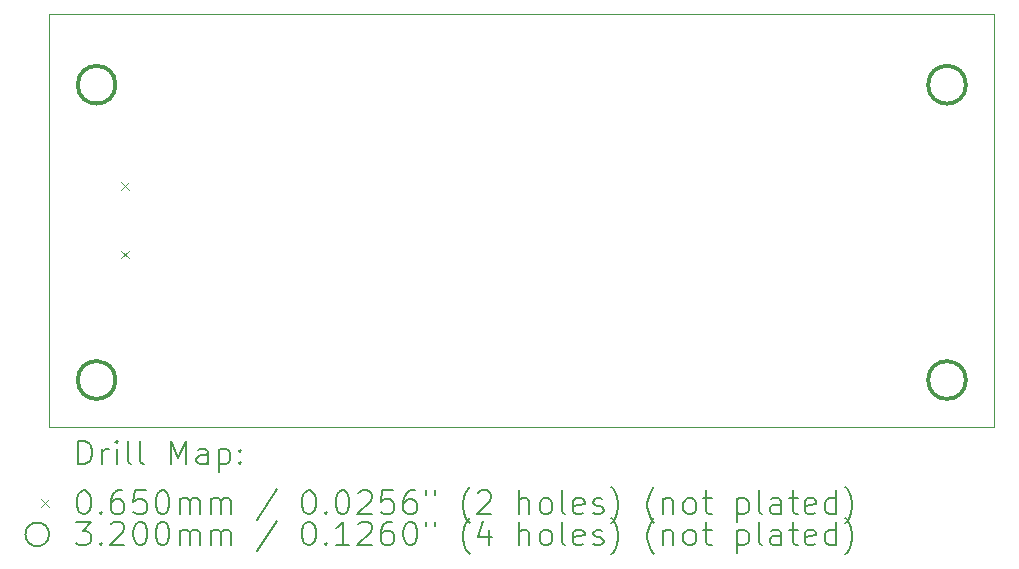
<source format=gbr>
%TF.GenerationSoftware,KiCad,Pcbnew,7.0.1-0*%
%TF.CreationDate,2023-04-02T15:37:35-05:00*%
%TF.ProjectId,V0_Display,56305f44-6973-4706-9c61-792e6b696361,rev?*%
%TF.SameCoordinates,Original*%
%TF.FileFunction,Drillmap*%
%TF.FilePolarity,Positive*%
%FSLAX45Y45*%
G04 Gerber Fmt 4.5, Leading zero omitted, Abs format (unit mm)*
G04 Created by KiCad (PCBNEW 7.0.1-0) date 2023-04-02 15:37:35*
%MOMM*%
%LPD*%
G01*
G04 APERTURE LIST*
%ADD10C,0.050000*%
%ADD11C,0.200000*%
%ADD12C,0.065000*%
%ADD13C,0.320000*%
G04 APERTURE END LIST*
D10*
X8517000Y-8465000D02*
X8517000Y-4965000D01*
X8517000Y-4965000D02*
X16517000Y-4965000D01*
X16517000Y-8465000D02*
X8517000Y-8465000D01*
X16517000Y-4965000D02*
X16517000Y-8465000D01*
D11*
D12*
X9127500Y-6391500D02*
X9192500Y-6456500D01*
X9192500Y-6391500D02*
X9127500Y-6456500D01*
X9127500Y-6969500D02*
X9192500Y-7034500D01*
X9192500Y-6969500D02*
X9127500Y-7034500D01*
D13*
X9077000Y-5565000D02*
G75*
G03*
X9077000Y-5565000I-160000J0D01*
G01*
X9077000Y-8065000D02*
G75*
G03*
X9077000Y-8065000I-160000J0D01*
G01*
X16277000Y-5565000D02*
G75*
G03*
X16277000Y-5565000I-160000J0D01*
G01*
X16277000Y-8065000D02*
G75*
G03*
X16277000Y-8065000I-160000J0D01*
G01*
D11*
X8762119Y-8780024D02*
X8762119Y-8580024D01*
X8762119Y-8580024D02*
X8809738Y-8580024D01*
X8809738Y-8580024D02*
X8838310Y-8589548D01*
X8838310Y-8589548D02*
X8857357Y-8608595D01*
X8857357Y-8608595D02*
X8866881Y-8627643D01*
X8866881Y-8627643D02*
X8876405Y-8665738D01*
X8876405Y-8665738D02*
X8876405Y-8694310D01*
X8876405Y-8694310D02*
X8866881Y-8732405D01*
X8866881Y-8732405D02*
X8857357Y-8751452D01*
X8857357Y-8751452D02*
X8838310Y-8770500D01*
X8838310Y-8770500D02*
X8809738Y-8780024D01*
X8809738Y-8780024D02*
X8762119Y-8780024D01*
X8962119Y-8780024D02*
X8962119Y-8646690D01*
X8962119Y-8684786D02*
X8971643Y-8665738D01*
X8971643Y-8665738D02*
X8981167Y-8656214D01*
X8981167Y-8656214D02*
X9000214Y-8646690D01*
X9000214Y-8646690D02*
X9019262Y-8646690D01*
X9085929Y-8780024D02*
X9085929Y-8646690D01*
X9085929Y-8580024D02*
X9076405Y-8589548D01*
X9076405Y-8589548D02*
X9085929Y-8599071D01*
X9085929Y-8599071D02*
X9095452Y-8589548D01*
X9095452Y-8589548D02*
X9085929Y-8580024D01*
X9085929Y-8580024D02*
X9085929Y-8599071D01*
X9209738Y-8780024D02*
X9190690Y-8770500D01*
X9190690Y-8770500D02*
X9181167Y-8751452D01*
X9181167Y-8751452D02*
X9181167Y-8580024D01*
X9314500Y-8780024D02*
X9295452Y-8770500D01*
X9295452Y-8770500D02*
X9285929Y-8751452D01*
X9285929Y-8751452D02*
X9285929Y-8580024D01*
X9543071Y-8780024D02*
X9543071Y-8580024D01*
X9543071Y-8580024D02*
X9609738Y-8722881D01*
X9609738Y-8722881D02*
X9676405Y-8580024D01*
X9676405Y-8580024D02*
X9676405Y-8780024D01*
X9857357Y-8780024D02*
X9857357Y-8675262D01*
X9857357Y-8675262D02*
X9847833Y-8656214D01*
X9847833Y-8656214D02*
X9828786Y-8646690D01*
X9828786Y-8646690D02*
X9790690Y-8646690D01*
X9790690Y-8646690D02*
X9771643Y-8656214D01*
X9857357Y-8770500D02*
X9838310Y-8780024D01*
X9838310Y-8780024D02*
X9790690Y-8780024D01*
X9790690Y-8780024D02*
X9771643Y-8770500D01*
X9771643Y-8770500D02*
X9762119Y-8751452D01*
X9762119Y-8751452D02*
X9762119Y-8732405D01*
X9762119Y-8732405D02*
X9771643Y-8713357D01*
X9771643Y-8713357D02*
X9790690Y-8703833D01*
X9790690Y-8703833D02*
X9838310Y-8703833D01*
X9838310Y-8703833D02*
X9857357Y-8694310D01*
X9952595Y-8646690D02*
X9952595Y-8846690D01*
X9952595Y-8656214D02*
X9971643Y-8646690D01*
X9971643Y-8646690D02*
X10009738Y-8646690D01*
X10009738Y-8646690D02*
X10028786Y-8656214D01*
X10028786Y-8656214D02*
X10038310Y-8665738D01*
X10038310Y-8665738D02*
X10047833Y-8684786D01*
X10047833Y-8684786D02*
X10047833Y-8741929D01*
X10047833Y-8741929D02*
X10038310Y-8760976D01*
X10038310Y-8760976D02*
X10028786Y-8770500D01*
X10028786Y-8770500D02*
X10009738Y-8780024D01*
X10009738Y-8780024D02*
X9971643Y-8780024D01*
X9971643Y-8780024D02*
X9952595Y-8770500D01*
X10133548Y-8760976D02*
X10143071Y-8770500D01*
X10143071Y-8770500D02*
X10133548Y-8780024D01*
X10133548Y-8780024D02*
X10124024Y-8770500D01*
X10124024Y-8770500D02*
X10133548Y-8760976D01*
X10133548Y-8760976D02*
X10133548Y-8780024D01*
X10133548Y-8656214D02*
X10143071Y-8665738D01*
X10143071Y-8665738D02*
X10133548Y-8675262D01*
X10133548Y-8675262D02*
X10124024Y-8665738D01*
X10124024Y-8665738D02*
X10133548Y-8656214D01*
X10133548Y-8656214D02*
X10133548Y-8675262D01*
D12*
X8449500Y-9075000D02*
X8514500Y-9140000D01*
X8514500Y-9075000D02*
X8449500Y-9140000D01*
D11*
X8800214Y-9000024D02*
X8819262Y-9000024D01*
X8819262Y-9000024D02*
X8838310Y-9009548D01*
X8838310Y-9009548D02*
X8847833Y-9019071D01*
X8847833Y-9019071D02*
X8857357Y-9038119D01*
X8857357Y-9038119D02*
X8866881Y-9076214D01*
X8866881Y-9076214D02*
X8866881Y-9123833D01*
X8866881Y-9123833D02*
X8857357Y-9161929D01*
X8857357Y-9161929D02*
X8847833Y-9180976D01*
X8847833Y-9180976D02*
X8838310Y-9190500D01*
X8838310Y-9190500D02*
X8819262Y-9200024D01*
X8819262Y-9200024D02*
X8800214Y-9200024D01*
X8800214Y-9200024D02*
X8781167Y-9190500D01*
X8781167Y-9190500D02*
X8771643Y-9180976D01*
X8771643Y-9180976D02*
X8762119Y-9161929D01*
X8762119Y-9161929D02*
X8752595Y-9123833D01*
X8752595Y-9123833D02*
X8752595Y-9076214D01*
X8752595Y-9076214D02*
X8762119Y-9038119D01*
X8762119Y-9038119D02*
X8771643Y-9019071D01*
X8771643Y-9019071D02*
X8781167Y-9009548D01*
X8781167Y-9009548D02*
X8800214Y-9000024D01*
X8952595Y-9180976D02*
X8962119Y-9190500D01*
X8962119Y-9190500D02*
X8952595Y-9200024D01*
X8952595Y-9200024D02*
X8943071Y-9190500D01*
X8943071Y-9190500D02*
X8952595Y-9180976D01*
X8952595Y-9180976D02*
X8952595Y-9200024D01*
X9133548Y-9000024D02*
X9095452Y-9000024D01*
X9095452Y-9000024D02*
X9076405Y-9009548D01*
X9076405Y-9009548D02*
X9066881Y-9019071D01*
X9066881Y-9019071D02*
X9047833Y-9047643D01*
X9047833Y-9047643D02*
X9038310Y-9085738D01*
X9038310Y-9085738D02*
X9038310Y-9161929D01*
X9038310Y-9161929D02*
X9047833Y-9180976D01*
X9047833Y-9180976D02*
X9057357Y-9190500D01*
X9057357Y-9190500D02*
X9076405Y-9200024D01*
X9076405Y-9200024D02*
X9114500Y-9200024D01*
X9114500Y-9200024D02*
X9133548Y-9190500D01*
X9133548Y-9190500D02*
X9143071Y-9180976D01*
X9143071Y-9180976D02*
X9152595Y-9161929D01*
X9152595Y-9161929D02*
X9152595Y-9114310D01*
X9152595Y-9114310D02*
X9143071Y-9095262D01*
X9143071Y-9095262D02*
X9133548Y-9085738D01*
X9133548Y-9085738D02*
X9114500Y-9076214D01*
X9114500Y-9076214D02*
X9076405Y-9076214D01*
X9076405Y-9076214D02*
X9057357Y-9085738D01*
X9057357Y-9085738D02*
X9047833Y-9095262D01*
X9047833Y-9095262D02*
X9038310Y-9114310D01*
X9333548Y-9000024D02*
X9238310Y-9000024D01*
X9238310Y-9000024D02*
X9228786Y-9095262D01*
X9228786Y-9095262D02*
X9238310Y-9085738D01*
X9238310Y-9085738D02*
X9257357Y-9076214D01*
X9257357Y-9076214D02*
X9304976Y-9076214D01*
X9304976Y-9076214D02*
X9324024Y-9085738D01*
X9324024Y-9085738D02*
X9333548Y-9095262D01*
X9333548Y-9095262D02*
X9343071Y-9114310D01*
X9343071Y-9114310D02*
X9343071Y-9161929D01*
X9343071Y-9161929D02*
X9333548Y-9180976D01*
X9333548Y-9180976D02*
X9324024Y-9190500D01*
X9324024Y-9190500D02*
X9304976Y-9200024D01*
X9304976Y-9200024D02*
X9257357Y-9200024D01*
X9257357Y-9200024D02*
X9238310Y-9190500D01*
X9238310Y-9190500D02*
X9228786Y-9180976D01*
X9466881Y-9000024D02*
X9485929Y-9000024D01*
X9485929Y-9000024D02*
X9504976Y-9009548D01*
X9504976Y-9009548D02*
X9514500Y-9019071D01*
X9514500Y-9019071D02*
X9524024Y-9038119D01*
X9524024Y-9038119D02*
X9533548Y-9076214D01*
X9533548Y-9076214D02*
X9533548Y-9123833D01*
X9533548Y-9123833D02*
X9524024Y-9161929D01*
X9524024Y-9161929D02*
X9514500Y-9180976D01*
X9514500Y-9180976D02*
X9504976Y-9190500D01*
X9504976Y-9190500D02*
X9485929Y-9200024D01*
X9485929Y-9200024D02*
X9466881Y-9200024D01*
X9466881Y-9200024D02*
X9447833Y-9190500D01*
X9447833Y-9190500D02*
X9438310Y-9180976D01*
X9438310Y-9180976D02*
X9428786Y-9161929D01*
X9428786Y-9161929D02*
X9419262Y-9123833D01*
X9419262Y-9123833D02*
X9419262Y-9076214D01*
X9419262Y-9076214D02*
X9428786Y-9038119D01*
X9428786Y-9038119D02*
X9438310Y-9019071D01*
X9438310Y-9019071D02*
X9447833Y-9009548D01*
X9447833Y-9009548D02*
X9466881Y-9000024D01*
X9619262Y-9200024D02*
X9619262Y-9066690D01*
X9619262Y-9085738D02*
X9628786Y-9076214D01*
X9628786Y-9076214D02*
X9647833Y-9066690D01*
X9647833Y-9066690D02*
X9676405Y-9066690D01*
X9676405Y-9066690D02*
X9695452Y-9076214D01*
X9695452Y-9076214D02*
X9704976Y-9095262D01*
X9704976Y-9095262D02*
X9704976Y-9200024D01*
X9704976Y-9095262D02*
X9714500Y-9076214D01*
X9714500Y-9076214D02*
X9733548Y-9066690D01*
X9733548Y-9066690D02*
X9762119Y-9066690D01*
X9762119Y-9066690D02*
X9781167Y-9076214D01*
X9781167Y-9076214D02*
X9790691Y-9095262D01*
X9790691Y-9095262D02*
X9790691Y-9200024D01*
X9885929Y-9200024D02*
X9885929Y-9066690D01*
X9885929Y-9085738D02*
X9895452Y-9076214D01*
X9895452Y-9076214D02*
X9914500Y-9066690D01*
X9914500Y-9066690D02*
X9943072Y-9066690D01*
X9943072Y-9066690D02*
X9962119Y-9076214D01*
X9962119Y-9076214D02*
X9971643Y-9095262D01*
X9971643Y-9095262D02*
X9971643Y-9200024D01*
X9971643Y-9095262D02*
X9981167Y-9076214D01*
X9981167Y-9076214D02*
X10000214Y-9066690D01*
X10000214Y-9066690D02*
X10028786Y-9066690D01*
X10028786Y-9066690D02*
X10047833Y-9076214D01*
X10047833Y-9076214D02*
X10057357Y-9095262D01*
X10057357Y-9095262D02*
X10057357Y-9200024D01*
X10447833Y-8990500D02*
X10276405Y-9247643D01*
X10704976Y-9000024D02*
X10724024Y-9000024D01*
X10724024Y-9000024D02*
X10743072Y-9009548D01*
X10743072Y-9009548D02*
X10752595Y-9019071D01*
X10752595Y-9019071D02*
X10762119Y-9038119D01*
X10762119Y-9038119D02*
X10771643Y-9076214D01*
X10771643Y-9076214D02*
X10771643Y-9123833D01*
X10771643Y-9123833D02*
X10762119Y-9161929D01*
X10762119Y-9161929D02*
X10752595Y-9180976D01*
X10752595Y-9180976D02*
X10743072Y-9190500D01*
X10743072Y-9190500D02*
X10724024Y-9200024D01*
X10724024Y-9200024D02*
X10704976Y-9200024D01*
X10704976Y-9200024D02*
X10685929Y-9190500D01*
X10685929Y-9190500D02*
X10676405Y-9180976D01*
X10676405Y-9180976D02*
X10666881Y-9161929D01*
X10666881Y-9161929D02*
X10657357Y-9123833D01*
X10657357Y-9123833D02*
X10657357Y-9076214D01*
X10657357Y-9076214D02*
X10666881Y-9038119D01*
X10666881Y-9038119D02*
X10676405Y-9019071D01*
X10676405Y-9019071D02*
X10685929Y-9009548D01*
X10685929Y-9009548D02*
X10704976Y-9000024D01*
X10857357Y-9180976D02*
X10866881Y-9190500D01*
X10866881Y-9190500D02*
X10857357Y-9200024D01*
X10857357Y-9200024D02*
X10847834Y-9190500D01*
X10847834Y-9190500D02*
X10857357Y-9180976D01*
X10857357Y-9180976D02*
X10857357Y-9200024D01*
X10990691Y-9000024D02*
X11009738Y-9000024D01*
X11009738Y-9000024D02*
X11028786Y-9009548D01*
X11028786Y-9009548D02*
X11038310Y-9019071D01*
X11038310Y-9019071D02*
X11047834Y-9038119D01*
X11047834Y-9038119D02*
X11057357Y-9076214D01*
X11057357Y-9076214D02*
X11057357Y-9123833D01*
X11057357Y-9123833D02*
X11047834Y-9161929D01*
X11047834Y-9161929D02*
X11038310Y-9180976D01*
X11038310Y-9180976D02*
X11028786Y-9190500D01*
X11028786Y-9190500D02*
X11009738Y-9200024D01*
X11009738Y-9200024D02*
X10990691Y-9200024D01*
X10990691Y-9200024D02*
X10971643Y-9190500D01*
X10971643Y-9190500D02*
X10962119Y-9180976D01*
X10962119Y-9180976D02*
X10952595Y-9161929D01*
X10952595Y-9161929D02*
X10943072Y-9123833D01*
X10943072Y-9123833D02*
X10943072Y-9076214D01*
X10943072Y-9076214D02*
X10952595Y-9038119D01*
X10952595Y-9038119D02*
X10962119Y-9019071D01*
X10962119Y-9019071D02*
X10971643Y-9009548D01*
X10971643Y-9009548D02*
X10990691Y-9000024D01*
X11133548Y-9019071D02*
X11143072Y-9009548D01*
X11143072Y-9009548D02*
X11162119Y-9000024D01*
X11162119Y-9000024D02*
X11209738Y-9000024D01*
X11209738Y-9000024D02*
X11228786Y-9009548D01*
X11228786Y-9009548D02*
X11238310Y-9019071D01*
X11238310Y-9019071D02*
X11247833Y-9038119D01*
X11247833Y-9038119D02*
X11247833Y-9057167D01*
X11247833Y-9057167D02*
X11238310Y-9085738D01*
X11238310Y-9085738D02*
X11124024Y-9200024D01*
X11124024Y-9200024D02*
X11247833Y-9200024D01*
X11428786Y-9000024D02*
X11333548Y-9000024D01*
X11333548Y-9000024D02*
X11324024Y-9095262D01*
X11324024Y-9095262D02*
X11333548Y-9085738D01*
X11333548Y-9085738D02*
X11352595Y-9076214D01*
X11352595Y-9076214D02*
X11400214Y-9076214D01*
X11400214Y-9076214D02*
X11419262Y-9085738D01*
X11419262Y-9085738D02*
X11428786Y-9095262D01*
X11428786Y-9095262D02*
X11438310Y-9114310D01*
X11438310Y-9114310D02*
X11438310Y-9161929D01*
X11438310Y-9161929D02*
X11428786Y-9180976D01*
X11428786Y-9180976D02*
X11419262Y-9190500D01*
X11419262Y-9190500D02*
X11400214Y-9200024D01*
X11400214Y-9200024D02*
X11352595Y-9200024D01*
X11352595Y-9200024D02*
X11333548Y-9190500D01*
X11333548Y-9190500D02*
X11324024Y-9180976D01*
X11609738Y-9000024D02*
X11571643Y-9000024D01*
X11571643Y-9000024D02*
X11552595Y-9009548D01*
X11552595Y-9009548D02*
X11543072Y-9019071D01*
X11543072Y-9019071D02*
X11524024Y-9047643D01*
X11524024Y-9047643D02*
X11514500Y-9085738D01*
X11514500Y-9085738D02*
X11514500Y-9161929D01*
X11514500Y-9161929D02*
X11524024Y-9180976D01*
X11524024Y-9180976D02*
X11533548Y-9190500D01*
X11533548Y-9190500D02*
X11552595Y-9200024D01*
X11552595Y-9200024D02*
X11590691Y-9200024D01*
X11590691Y-9200024D02*
X11609738Y-9190500D01*
X11609738Y-9190500D02*
X11619262Y-9180976D01*
X11619262Y-9180976D02*
X11628786Y-9161929D01*
X11628786Y-9161929D02*
X11628786Y-9114310D01*
X11628786Y-9114310D02*
X11619262Y-9095262D01*
X11619262Y-9095262D02*
X11609738Y-9085738D01*
X11609738Y-9085738D02*
X11590691Y-9076214D01*
X11590691Y-9076214D02*
X11552595Y-9076214D01*
X11552595Y-9076214D02*
X11533548Y-9085738D01*
X11533548Y-9085738D02*
X11524024Y-9095262D01*
X11524024Y-9095262D02*
X11514500Y-9114310D01*
X11704976Y-9000024D02*
X11704976Y-9038119D01*
X11781167Y-9000024D02*
X11781167Y-9038119D01*
X12076405Y-9276214D02*
X12066881Y-9266690D01*
X12066881Y-9266690D02*
X12047834Y-9238119D01*
X12047834Y-9238119D02*
X12038310Y-9219071D01*
X12038310Y-9219071D02*
X12028786Y-9190500D01*
X12028786Y-9190500D02*
X12019262Y-9142881D01*
X12019262Y-9142881D02*
X12019262Y-9104786D01*
X12019262Y-9104786D02*
X12028786Y-9057167D01*
X12028786Y-9057167D02*
X12038310Y-9028595D01*
X12038310Y-9028595D02*
X12047834Y-9009548D01*
X12047834Y-9009548D02*
X12066881Y-8980976D01*
X12066881Y-8980976D02*
X12076405Y-8971452D01*
X12143072Y-9019071D02*
X12152595Y-9009548D01*
X12152595Y-9009548D02*
X12171643Y-9000024D01*
X12171643Y-9000024D02*
X12219262Y-9000024D01*
X12219262Y-9000024D02*
X12238310Y-9009548D01*
X12238310Y-9009548D02*
X12247834Y-9019071D01*
X12247834Y-9019071D02*
X12257357Y-9038119D01*
X12257357Y-9038119D02*
X12257357Y-9057167D01*
X12257357Y-9057167D02*
X12247834Y-9085738D01*
X12247834Y-9085738D02*
X12133548Y-9200024D01*
X12133548Y-9200024D02*
X12257357Y-9200024D01*
X12495453Y-9200024D02*
X12495453Y-9000024D01*
X12581167Y-9200024D02*
X12581167Y-9095262D01*
X12581167Y-9095262D02*
X12571643Y-9076214D01*
X12571643Y-9076214D02*
X12552596Y-9066690D01*
X12552596Y-9066690D02*
X12524024Y-9066690D01*
X12524024Y-9066690D02*
X12504976Y-9076214D01*
X12504976Y-9076214D02*
X12495453Y-9085738D01*
X12704976Y-9200024D02*
X12685929Y-9190500D01*
X12685929Y-9190500D02*
X12676405Y-9180976D01*
X12676405Y-9180976D02*
X12666881Y-9161929D01*
X12666881Y-9161929D02*
X12666881Y-9104786D01*
X12666881Y-9104786D02*
X12676405Y-9085738D01*
X12676405Y-9085738D02*
X12685929Y-9076214D01*
X12685929Y-9076214D02*
X12704976Y-9066690D01*
X12704976Y-9066690D02*
X12733548Y-9066690D01*
X12733548Y-9066690D02*
X12752596Y-9076214D01*
X12752596Y-9076214D02*
X12762119Y-9085738D01*
X12762119Y-9085738D02*
X12771643Y-9104786D01*
X12771643Y-9104786D02*
X12771643Y-9161929D01*
X12771643Y-9161929D02*
X12762119Y-9180976D01*
X12762119Y-9180976D02*
X12752596Y-9190500D01*
X12752596Y-9190500D02*
X12733548Y-9200024D01*
X12733548Y-9200024D02*
X12704976Y-9200024D01*
X12885929Y-9200024D02*
X12866881Y-9190500D01*
X12866881Y-9190500D02*
X12857357Y-9171452D01*
X12857357Y-9171452D02*
X12857357Y-9000024D01*
X13038310Y-9190500D02*
X13019262Y-9200024D01*
X13019262Y-9200024D02*
X12981167Y-9200024D01*
X12981167Y-9200024D02*
X12962119Y-9190500D01*
X12962119Y-9190500D02*
X12952596Y-9171452D01*
X12952596Y-9171452D02*
X12952596Y-9095262D01*
X12952596Y-9095262D02*
X12962119Y-9076214D01*
X12962119Y-9076214D02*
X12981167Y-9066690D01*
X12981167Y-9066690D02*
X13019262Y-9066690D01*
X13019262Y-9066690D02*
X13038310Y-9076214D01*
X13038310Y-9076214D02*
X13047834Y-9095262D01*
X13047834Y-9095262D02*
X13047834Y-9114310D01*
X13047834Y-9114310D02*
X12952596Y-9133357D01*
X13124024Y-9190500D02*
X13143072Y-9200024D01*
X13143072Y-9200024D02*
X13181167Y-9200024D01*
X13181167Y-9200024D02*
X13200215Y-9190500D01*
X13200215Y-9190500D02*
X13209738Y-9171452D01*
X13209738Y-9171452D02*
X13209738Y-9161929D01*
X13209738Y-9161929D02*
X13200215Y-9142881D01*
X13200215Y-9142881D02*
X13181167Y-9133357D01*
X13181167Y-9133357D02*
X13152596Y-9133357D01*
X13152596Y-9133357D02*
X13133548Y-9123833D01*
X13133548Y-9123833D02*
X13124024Y-9104786D01*
X13124024Y-9104786D02*
X13124024Y-9095262D01*
X13124024Y-9095262D02*
X13133548Y-9076214D01*
X13133548Y-9076214D02*
X13152596Y-9066690D01*
X13152596Y-9066690D02*
X13181167Y-9066690D01*
X13181167Y-9066690D02*
X13200215Y-9076214D01*
X13276405Y-9276214D02*
X13285929Y-9266690D01*
X13285929Y-9266690D02*
X13304977Y-9238119D01*
X13304977Y-9238119D02*
X13314500Y-9219071D01*
X13314500Y-9219071D02*
X13324024Y-9190500D01*
X13324024Y-9190500D02*
X13333548Y-9142881D01*
X13333548Y-9142881D02*
X13333548Y-9104786D01*
X13333548Y-9104786D02*
X13324024Y-9057167D01*
X13324024Y-9057167D02*
X13314500Y-9028595D01*
X13314500Y-9028595D02*
X13304977Y-9009548D01*
X13304977Y-9009548D02*
X13285929Y-8980976D01*
X13285929Y-8980976D02*
X13276405Y-8971452D01*
X13638310Y-9276214D02*
X13628786Y-9266690D01*
X13628786Y-9266690D02*
X13609738Y-9238119D01*
X13609738Y-9238119D02*
X13600215Y-9219071D01*
X13600215Y-9219071D02*
X13590691Y-9190500D01*
X13590691Y-9190500D02*
X13581167Y-9142881D01*
X13581167Y-9142881D02*
X13581167Y-9104786D01*
X13581167Y-9104786D02*
X13590691Y-9057167D01*
X13590691Y-9057167D02*
X13600215Y-9028595D01*
X13600215Y-9028595D02*
X13609738Y-9009548D01*
X13609738Y-9009548D02*
X13628786Y-8980976D01*
X13628786Y-8980976D02*
X13638310Y-8971452D01*
X13714500Y-9066690D02*
X13714500Y-9200024D01*
X13714500Y-9085738D02*
X13724024Y-9076214D01*
X13724024Y-9076214D02*
X13743072Y-9066690D01*
X13743072Y-9066690D02*
X13771643Y-9066690D01*
X13771643Y-9066690D02*
X13790691Y-9076214D01*
X13790691Y-9076214D02*
X13800215Y-9095262D01*
X13800215Y-9095262D02*
X13800215Y-9200024D01*
X13924024Y-9200024D02*
X13904977Y-9190500D01*
X13904977Y-9190500D02*
X13895453Y-9180976D01*
X13895453Y-9180976D02*
X13885929Y-9161929D01*
X13885929Y-9161929D02*
X13885929Y-9104786D01*
X13885929Y-9104786D02*
X13895453Y-9085738D01*
X13895453Y-9085738D02*
X13904977Y-9076214D01*
X13904977Y-9076214D02*
X13924024Y-9066690D01*
X13924024Y-9066690D02*
X13952596Y-9066690D01*
X13952596Y-9066690D02*
X13971643Y-9076214D01*
X13971643Y-9076214D02*
X13981167Y-9085738D01*
X13981167Y-9085738D02*
X13990691Y-9104786D01*
X13990691Y-9104786D02*
X13990691Y-9161929D01*
X13990691Y-9161929D02*
X13981167Y-9180976D01*
X13981167Y-9180976D02*
X13971643Y-9190500D01*
X13971643Y-9190500D02*
X13952596Y-9200024D01*
X13952596Y-9200024D02*
X13924024Y-9200024D01*
X14047834Y-9066690D02*
X14124024Y-9066690D01*
X14076405Y-9000024D02*
X14076405Y-9171452D01*
X14076405Y-9171452D02*
X14085929Y-9190500D01*
X14085929Y-9190500D02*
X14104977Y-9200024D01*
X14104977Y-9200024D02*
X14124024Y-9200024D01*
X14343072Y-9066690D02*
X14343072Y-9266690D01*
X14343072Y-9076214D02*
X14362119Y-9066690D01*
X14362119Y-9066690D02*
X14400215Y-9066690D01*
X14400215Y-9066690D02*
X14419262Y-9076214D01*
X14419262Y-9076214D02*
X14428786Y-9085738D01*
X14428786Y-9085738D02*
X14438310Y-9104786D01*
X14438310Y-9104786D02*
X14438310Y-9161929D01*
X14438310Y-9161929D02*
X14428786Y-9180976D01*
X14428786Y-9180976D02*
X14419262Y-9190500D01*
X14419262Y-9190500D02*
X14400215Y-9200024D01*
X14400215Y-9200024D02*
X14362119Y-9200024D01*
X14362119Y-9200024D02*
X14343072Y-9190500D01*
X14552596Y-9200024D02*
X14533548Y-9190500D01*
X14533548Y-9190500D02*
X14524024Y-9171452D01*
X14524024Y-9171452D02*
X14524024Y-9000024D01*
X14714500Y-9200024D02*
X14714500Y-9095262D01*
X14714500Y-9095262D02*
X14704977Y-9076214D01*
X14704977Y-9076214D02*
X14685929Y-9066690D01*
X14685929Y-9066690D02*
X14647834Y-9066690D01*
X14647834Y-9066690D02*
X14628786Y-9076214D01*
X14714500Y-9190500D02*
X14695453Y-9200024D01*
X14695453Y-9200024D02*
X14647834Y-9200024D01*
X14647834Y-9200024D02*
X14628786Y-9190500D01*
X14628786Y-9190500D02*
X14619262Y-9171452D01*
X14619262Y-9171452D02*
X14619262Y-9152405D01*
X14619262Y-9152405D02*
X14628786Y-9133357D01*
X14628786Y-9133357D02*
X14647834Y-9123833D01*
X14647834Y-9123833D02*
X14695453Y-9123833D01*
X14695453Y-9123833D02*
X14714500Y-9114310D01*
X14781167Y-9066690D02*
X14857358Y-9066690D01*
X14809739Y-9000024D02*
X14809739Y-9171452D01*
X14809739Y-9171452D02*
X14819262Y-9190500D01*
X14819262Y-9190500D02*
X14838310Y-9200024D01*
X14838310Y-9200024D02*
X14857358Y-9200024D01*
X15000215Y-9190500D02*
X14981167Y-9200024D01*
X14981167Y-9200024D02*
X14943072Y-9200024D01*
X14943072Y-9200024D02*
X14924024Y-9190500D01*
X14924024Y-9190500D02*
X14914500Y-9171452D01*
X14914500Y-9171452D02*
X14914500Y-9095262D01*
X14914500Y-9095262D02*
X14924024Y-9076214D01*
X14924024Y-9076214D02*
X14943072Y-9066690D01*
X14943072Y-9066690D02*
X14981167Y-9066690D01*
X14981167Y-9066690D02*
X15000215Y-9076214D01*
X15000215Y-9076214D02*
X15009739Y-9095262D01*
X15009739Y-9095262D02*
X15009739Y-9114310D01*
X15009739Y-9114310D02*
X14914500Y-9133357D01*
X15181167Y-9200024D02*
X15181167Y-9000024D01*
X15181167Y-9190500D02*
X15162120Y-9200024D01*
X15162120Y-9200024D02*
X15124024Y-9200024D01*
X15124024Y-9200024D02*
X15104977Y-9190500D01*
X15104977Y-9190500D02*
X15095453Y-9180976D01*
X15095453Y-9180976D02*
X15085929Y-9161929D01*
X15085929Y-9161929D02*
X15085929Y-9104786D01*
X15085929Y-9104786D02*
X15095453Y-9085738D01*
X15095453Y-9085738D02*
X15104977Y-9076214D01*
X15104977Y-9076214D02*
X15124024Y-9066690D01*
X15124024Y-9066690D02*
X15162120Y-9066690D01*
X15162120Y-9066690D02*
X15181167Y-9076214D01*
X15257358Y-9276214D02*
X15266881Y-9266690D01*
X15266881Y-9266690D02*
X15285929Y-9238119D01*
X15285929Y-9238119D02*
X15295453Y-9219071D01*
X15295453Y-9219071D02*
X15304977Y-9190500D01*
X15304977Y-9190500D02*
X15314500Y-9142881D01*
X15314500Y-9142881D02*
X15314500Y-9104786D01*
X15314500Y-9104786D02*
X15304977Y-9057167D01*
X15304977Y-9057167D02*
X15295453Y-9028595D01*
X15295453Y-9028595D02*
X15285929Y-9009548D01*
X15285929Y-9009548D02*
X15266881Y-8980976D01*
X15266881Y-8980976D02*
X15257358Y-8971452D01*
X8514500Y-9371500D02*
G75*
G03*
X8514500Y-9371500I-100000J0D01*
G01*
X8743071Y-9264024D02*
X8866881Y-9264024D01*
X8866881Y-9264024D02*
X8800214Y-9340214D01*
X8800214Y-9340214D02*
X8828786Y-9340214D01*
X8828786Y-9340214D02*
X8847833Y-9349738D01*
X8847833Y-9349738D02*
X8857357Y-9359262D01*
X8857357Y-9359262D02*
X8866881Y-9378310D01*
X8866881Y-9378310D02*
X8866881Y-9425929D01*
X8866881Y-9425929D02*
X8857357Y-9444976D01*
X8857357Y-9444976D02*
X8847833Y-9454500D01*
X8847833Y-9454500D02*
X8828786Y-9464024D01*
X8828786Y-9464024D02*
X8771643Y-9464024D01*
X8771643Y-9464024D02*
X8752595Y-9454500D01*
X8752595Y-9454500D02*
X8743071Y-9444976D01*
X8952595Y-9444976D02*
X8962119Y-9454500D01*
X8962119Y-9454500D02*
X8952595Y-9464024D01*
X8952595Y-9464024D02*
X8943071Y-9454500D01*
X8943071Y-9454500D02*
X8952595Y-9444976D01*
X8952595Y-9444976D02*
X8952595Y-9464024D01*
X9038310Y-9283071D02*
X9047833Y-9273548D01*
X9047833Y-9273548D02*
X9066881Y-9264024D01*
X9066881Y-9264024D02*
X9114500Y-9264024D01*
X9114500Y-9264024D02*
X9133548Y-9273548D01*
X9133548Y-9273548D02*
X9143071Y-9283071D01*
X9143071Y-9283071D02*
X9152595Y-9302119D01*
X9152595Y-9302119D02*
X9152595Y-9321167D01*
X9152595Y-9321167D02*
X9143071Y-9349738D01*
X9143071Y-9349738D02*
X9028786Y-9464024D01*
X9028786Y-9464024D02*
X9152595Y-9464024D01*
X9276405Y-9264024D02*
X9295452Y-9264024D01*
X9295452Y-9264024D02*
X9314500Y-9273548D01*
X9314500Y-9273548D02*
X9324024Y-9283071D01*
X9324024Y-9283071D02*
X9333548Y-9302119D01*
X9333548Y-9302119D02*
X9343071Y-9340214D01*
X9343071Y-9340214D02*
X9343071Y-9387833D01*
X9343071Y-9387833D02*
X9333548Y-9425929D01*
X9333548Y-9425929D02*
X9324024Y-9444976D01*
X9324024Y-9444976D02*
X9314500Y-9454500D01*
X9314500Y-9454500D02*
X9295452Y-9464024D01*
X9295452Y-9464024D02*
X9276405Y-9464024D01*
X9276405Y-9464024D02*
X9257357Y-9454500D01*
X9257357Y-9454500D02*
X9247833Y-9444976D01*
X9247833Y-9444976D02*
X9238310Y-9425929D01*
X9238310Y-9425929D02*
X9228786Y-9387833D01*
X9228786Y-9387833D02*
X9228786Y-9340214D01*
X9228786Y-9340214D02*
X9238310Y-9302119D01*
X9238310Y-9302119D02*
X9247833Y-9283071D01*
X9247833Y-9283071D02*
X9257357Y-9273548D01*
X9257357Y-9273548D02*
X9276405Y-9264024D01*
X9466881Y-9264024D02*
X9485929Y-9264024D01*
X9485929Y-9264024D02*
X9504976Y-9273548D01*
X9504976Y-9273548D02*
X9514500Y-9283071D01*
X9514500Y-9283071D02*
X9524024Y-9302119D01*
X9524024Y-9302119D02*
X9533548Y-9340214D01*
X9533548Y-9340214D02*
X9533548Y-9387833D01*
X9533548Y-9387833D02*
X9524024Y-9425929D01*
X9524024Y-9425929D02*
X9514500Y-9444976D01*
X9514500Y-9444976D02*
X9504976Y-9454500D01*
X9504976Y-9454500D02*
X9485929Y-9464024D01*
X9485929Y-9464024D02*
X9466881Y-9464024D01*
X9466881Y-9464024D02*
X9447833Y-9454500D01*
X9447833Y-9454500D02*
X9438310Y-9444976D01*
X9438310Y-9444976D02*
X9428786Y-9425929D01*
X9428786Y-9425929D02*
X9419262Y-9387833D01*
X9419262Y-9387833D02*
X9419262Y-9340214D01*
X9419262Y-9340214D02*
X9428786Y-9302119D01*
X9428786Y-9302119D02*
X9438310Y-9283071D01*
X9438310Y-9283071D02*
X9447833Y-9273548D01*
X9447833Y-9273548D02*
X9466881Y-9264024D01*
X9619262Y-9464024D02*
X9619262Y-9330690D01*
X9619262Y-9349738D02*
X9628786Y-9340214D01*
X9628786Y-9340214D02*
X9647833Y-9330690D01*
X9647833Y-9330690D02*
X9676405Y-9330690D01*
X9676405Y-9330690D02*
X9695452Y-9340214D01*
X9695452Y-9340214D02*
X9704976Y-9359262D01*
X9704976Y-9359262D02*
X9704976Y-9464024D01*
X9704976Y-9359262D02*
X9714500Y-9340214D01*
X9714500Y-9340214D02*
X9733548Y-9330690D01*
X9733548Y-9330690D02*
X9762119Y-9330690D01*
X9762119Y-9330690D02*
X9781167Y-9340214D01*
X9781167Y-9340214D02*
X9790691Y-9359262D01*
X9790691Y-9359262D02*
X9790691Y-9464024D01*
X9885929Y-9464024D02*
X9885929Y-9330690D01*
X9885929Y-9349738D02*
X9895452Y-9340214D01*
X9895452Y-9340214D02*
X9914500Y-9330690D01*
X9914500Y-9330690D02*
X9943072Y-9330690D01*
X9943072Y-9330690D02*
X9962119Y-9340214D01*
X9962119Y-9340214D02*
X9971643Y-9359262D01*
X9971643Y-9359262D02*
X9971643Y-9464024D01*
X9971643Y-9359262D02*
X9981167Y-9340214D01*
X9981167Y-9340214D02*
X10000214Y-9330690D01*
X10000214Y-9330690D02*
X10028786Y-9330690D01*
X10028786Y-9330690D02*
X10047833Y-9340214D01*
X10047833Y-9340214D02*
X10057357Y-9359262D01*
X10057357Y-9359262D02*
X10057357Y-9464024D01*
X10447833Y-9254500D02*
X10276405Y-9511643D01*
X10704976Y-9264024D02*
X10724024Y-9264024D01*
X10724024Y-9264024D02*
X10743072Y-9273548D01*
X10743072Y-9273548D02*
X10752595Y-9283071D01*
X10752595Y-9283071D02*
X10762119Y-9302119D01*
X10762119Y-9302119D02*
X10771643Y-9340214D01*
X10771643Y-9340214D02*
X10771643Y-9387833D01*
X10771643Y-9387833D02*
X10762119Y-9425929D01*
X10762119Y-9425929D02*
X10752595Y-9444976D01*
X10752595Y-9444976D02*
X10743072Y-9454500D01*
X10743072Y-9454500D02*
X10724024Y-9464024D01*
X10724024Y-9464024D02*
X10704976Y-9464024D01*
X10704976Y-9464024D02*
X10685929Y-9454500D01*
X10685929Y-9454500D02*
X10676405Y-9444976D01*
X10676405Y-9444976D02*
X10666881Y-9425929D01*
X10666881Y-9425929D02*
X10657357Y-9387833D01*
X10657357Y-9387833D02*
X10657357Y-9340214D01*
X10657357Y-9340214D02*
X10666881Y-9302119D01*
X10666881Y-9302119D02*
X10676405Y-9283071D01*
X10676405Y-9283071D02*
X10685929Y-9273548D01*
X10685929Y-9273548D02*
X10704976Y-9264024D01*
X10857357Y-9444976D02*
X10866881Y-9454500D01*
X10866881Y-9454500D02*
X10857357Y-9464024D01*
X10857357Y-9464024D02*
X10847834Y-9454500D01*
X10847834Y-9454500D02*
X10857357Y-9444976D01*
X10857357Y-9444976D02*
X10857357Y-9464024D01*
X11057357Y-9464024D02*
X10943072Y-9464024D01*
X11000214Y-9464024D02*
X11000214Y-9264024D01*
X11000214Y-9264024D02*
X10981167Y-9292595D01*
X10981167Y-9292595D02*
X10962119Y-9311643D01*
X10962119Y-9311643D02*
X10943072Y-9321167D01*
X11133548Y-9283071D02*
X11143072Y-9273548D01*
X11143072Y-9273548D02*
X11162119Y-9264024D01*
X11162119Y-9264024D02*
X11209738Y-9264024D01*
X11209738Y-9264024D02*
X11228786Y-9273548D01*
X11228786Y-9273548D02*
X11238310Y-9283071D01*
X11238310Y-9283071D02*
X11247833Y-9302119D01*
X11247833Y-9302119D02*
X11247833Y-9321167D01*
X11247833Y-9321167D02*
X11238310Y-9349738D01*
X11238310Y-9349738D02*
X11124024Y-9464024D01*
X11124024Y-9464024D02*
X11247833Y-9464024D01*
X11419262Y-9264024D02*
X11381167Y-9264024D01*
X11381167Y-9264024D02*
X11362119Y-9273548D01*
X11362119Y-9273548D02*
X11352595Y-9283071D01*
X11352595Y-9283071D02*
X11333548Y-9311643D01*
X11333548Y-9311643D02*
X11324024Y-9349738D01*
X11324024Y-9349738D02*
X11324024Y-9425929D01*
X11324024Y-9425929D02*
X11333548Y-9444976D01*
X11333548Y-9444976D02*
X11343072Y-9454500D01*
X11343072Y-9454500D02*
X11362119Y-9464024D01*
X11362119Y-9464024D02*
X11400214Y-9464024D01*
X11400214Y-9464024D02*
X11419262Y-9454500D01*
X11419262Y-9454500D02*
X11428786Y-9444976D01*
X11428786Y-9444976D02*
X11438310Y-9425929D01*
X11438310Y-9425929D02*
X11438310Y-9378310D01*
X11438310Y-9378310D02*
X11428786Y-9359262D01*
X11428786Y-9359262D02*
X11419262Y-9349738D01*
X11419262Y-9349738D02*
X11400214Y-9340214D01*
X11400214Y-9340214D02*
X11362119Y-9340214D01*
X11362119Y-9340214D02*
X11343072Y-9349738D01*
X11343072Y-9349738D02*
X11333548Y-9359262D01*
X11333548Y-9359262D02*
X11324024Y-9378310D01*
X11562119Y-9264024D02*
X11581167Y-9264024D01*
X11581167Y-9264024D02*
X11600214Y-9273548D01*
X11600214Y-9273548D02*
X11609738Y-9283071D01*
X11609738Y-9283071D02*
X11619262Y-9302119D01*
X11619262Y-9302119D02*
X11628786Y-9340214D01*
X11628786Y-9340214D02*
X11628786Y-9387833D01*
X11628786Y-9387833D02*
X11619262Y-9425929D01*
X11619262Y-9425929D02*
X11609738Y-9444976D01*
X11609738Y-9444976D02*
X11600214Y-9454500D01*
X11600214Y-9454500D02*
X11581167Y-9464024D01*
X11581167Y-9464024D02*
X11562119Y-9464024D01*
X11562119Y-9464024D02*
X11543072Y-9454500D01*
X11543072Y-9454500D02*
X11533548Y-9444976D01*
X11533548Y-9444976D02*
X11524024Y-9425929D01*
X11524024Y-9425929D02*
X11514500Y-9387833D01*
X11514500Y-9387833D02*
X11514500Y-9340214D01*
X11514500Y-9340214D02*
X11524024Y-9302119D01*
X11524024Y-9302119D02*
X11533548Y-9283071D01*
X11533548Y-9283071D02*
X11543072Y-9273548D01*
X11543072Y-9273548D02*
X11562119Y-9264024D01*
X11704976Y-9264024D02*
X11704976Y-9302119D01*
X11781167Y-9264024D02*
X11781167Y-9302119D01*
X12076405Y-9540214D02*
X12066881Y-9530690D01*
X12066881Y-9530690D02*
X12047834Y-9502119D01*
X12047834Y-9502119D02*
X12038310Y-9483071D01*
X12038310Y-9483071D02*
X12028786Y-9454500D01*
X12028786Y-9454500D02*
X12019262Y-9406881D01*
X12019262Y-9406881D02*
X12019262Y-9368786D01*
X12019262Y-9368786D02*
X12028786Y-9321167D01*
X12028786Y-9321167D02*
X12038310Y-9292595D01*
X12038310Y-9292595D02*
X12047834Y-9273548D01*
X12047834Y-9273548D02*
X12066881Y-9244976D01*
X12066881Y-9244976D02*
X12076405Y-9235452D01*
X12238310Y-9330690D02*
X12238310Y-9464024D01*
X12190691Y-9254500D02*
X12143072Y-9397357D01*
X12143072Y-9397357D02*
X12266881Y-9397357D01*
X12495453Y-9464024D02*
X12495453Y-9264024D01*
X12581167Y-9464024D02*
X12581167Y-9359262D01*
X12581167Y-9359262D02*
X12571643Y-9340214D01*
X12571643Y-9340214D02*
X12552596Y-9330690D01*
X12552596Y-9330690D02*
X12524024Y-9330690D01*
X12524024Y-9330690D02*
X12504976Y-9340214D01*
X12504976Y-9340214D02*
X12495453Y-9349738D01*
X12704976Y-9464024D02*
X12685929Y-9454500D01*
X12685929Y-9454500D02*
X12676405Y-9444976D01*
X12676405Y-9444976D02*
X12666881Y-9425929D01*
X12666881Y-9425929D02*
X12666881Y-9368786D01*
X12666881Y-9368786D02*
X12676405Y-9349738D01*
X12676405Y-9349738D02*
X12685929Y-9340214D01*
X12685929Y-9340214D02*
X12704976Y-9330690D01*
X12704976Y-9330690D02*
X12733548Y-9330690D01*
X12733548Y-9330690D02*
X12752596Y-9340214D01*
X12752596Y-9340214D02*
X12762119Y-9349738D01*
X12762119Y-9349738D02*
X12771643Y-9368786D01*
X12771643Y-9368786D02*
X12771643Y-9425929D01*
X12771643Y-9425929D02*
X12762119Y-9444976D01*
X12762119Y-9444976D02*
X12752596Y-9454500D01*
X12752596Y-9454500D02*
X12733548Y-9464024D01*
X12733548Y-9464024D02*
X12704976Y-9464024D01*
X12885929Y-9464024D02*
X12866881Y-9454500D01*
X12866881Y-9454500D02*
X12857357Y-9435452D01*
X12857357Y-9435452D02*
X12857357Y-9264024D01*
X13038310Y-9454500D02*
X13019262Y-9464024D01*
X13019262Y-9464024D02*
X12981167Y-9464024D01*
X12981167Y-9464024D02*
X12962119Y-9454500D01*
X12962119Y-9454500D02*
X12952596Y-9435452D01*
X12952596Y-9435452D02*
X12952596Y-9359262D01*
X12952596Y-9359262D02*
X12962119Y-9340214D01*
X12962119Y-9340214D02*
X12981167Y-9330690D01*
X12981167Y-9330690D02*
X13019262Y-9330690D01*
X13019262Y-9330690D02*
X13038310Y-9340214D01*
X13038310Y-9340214D02*
X13047834Y-9359262D01*
X13047834Y-9359262D02*
X13047834Y-9378310D01*
X13047834Y-9378310D02*
X12952596Y-9397357D01*
X13124024Y-9454500D02*
X13143072Y-9464024D01*
X13143072Y-9464024D02*
X13181167Y-9464024D01*
X13181167Y-9464024D02*
X13200215Y-9454500D01*
X13200215Y-9454500D02*
X13209738Y-9435452D01*
X13209738Y-9435452D02*
X13209738Y-9425929D01*
X13209738Y-9425929D02*
X13200215Y-9406881D01*
X13200215Y-9406881D02*
X13181167Y-9397357D01*
X13181167Y-9397357D02*
X13152596Y-9397357D01*
X13152596Y-9397357D02*
X13133548Y-9387833D01*
X13133548Y-9387833D02*
X13124024Y-9368786D01*
X13124024Y-9368786D02*
X13124024Y-9359262D01*
X13124024Y-9359262D02*
X13133548Y-9340214D01*
X13133548Y-9340214D02*
X13152596Y-9330690D01*
X13152596Y-9330690D02*
X13181167Y-9330690D01*
X13181167Y-9330690D02*
X13200215Y-9340214D01*
X13276405Y-9540214D02*
X13285929Y-9530690D01*
X13285929Y-9530690D02*
X13304977Y-9502119D01*
X13304977Y-9502119D02*
X13314500Y-9483071D01*
X13314500Y-9483071D02*
X13324024Y-9454500D01*
X13324024Y-9454500D02*
X13333548Y-9406881D01*
X13333548Y-9406881D02*
X13333548Y-9368786D01*
X13333548Y-9368786D02*
X13324024Y-9321167D01*
X13324024Y-9321167D02*
X13314500Y-9292595D01*
X13314500Y-9292595D02*
X13304977Y-9273548D01*
X13304977Y-9273548D02*
X13285929Y-9244976D01*
X13285929Y-9244976D02*
X13276405Y-9235452D01*
X13638310Y-9540214D02*
X13628786Y-9530690D01*
X13628786Y-9530690D02*
X13609738Y-9502119D01*
X13609738Y-9502119D02*
X13600215Y-9483071D01*
X13600215Y-9483071D02*
X13590691Y-9454500D01*
X13590691Y-9454500D02*
X13581167Y-9406881D01*
X13581167Y-9406881D02*
X13581167Y-9368786D01*
X13581167Y-9368786D02*
X13590691Y-9321167D01*
X13590691Y-9321167D02*
X13600215Y-9292595D01*
X13600215Y-9292595D02*
X13609738Y-9273548D01*
X13609738Y-9273548D02*
X13628786Y-9244976D01*
X13628786Y-9244976D02*
X13638310Y-9235452D01*
X13714500Y-9330690D02*
X13714500Y-9464024D01*
X13714500Y-9349738D02*
X13724024Y-9340214D01*
X13724024Y-9340214D02*
X13743072Y-9330690D01*
X13743072Y-9330690D02*
X13771643Y-9330690D01*
X13771643Y-9330690D02*
X13790691Y-9340214D01*
X13790691Y-9340214D02*
X13800215Y-9359262D01*
X13800215Y-9359262D02*
X13800215Y-9464024D01*
X13924024Y-9464024D02*
X13904977Y-9454500D01*
X13904977Y-9454500D02*
X13895453Y-9444976D01*
X13895453Y-9444976D02*
X13885929Y-9425929D01*
X13885929Y-9425929D02*
X13885929Y-9368786D01*
X13885929Y-9368786D02*
X13895453Y-9349738D01*
X13895453Y-9349738D02*
X13904977Y-9340214D01*
X13904977Y-9340214D02*
X13924024Y-9330690D01*
X13924024Y-9330690D02*
X13952596Y-9330690D01*
X13952596Y-9330690D02*
X13971643Y-9340214D01*
X13971643Y-9340214D02*
X13981167Y-9349738D01*
X13981167Y-9349738D02*
X13990691Y-9368786D01*
X13990691Y-9368786D02*
X13990691Y-9425929D01*
X13990691Y-9425929D02*
X13981167Y-9444976D01*
X13981167Y-9444976D02*
X13971643Y-9454500D01*
X13971643Y-9454500D02*
X13952596Y-9464024D01*
X13952596Y-9464024D02*
X13924024Y-9464024D01*
X14047834Y-9330690D02*
X14124024Y-9330690D01*
X14076405Y-9264024D02*
X14076405Y-9435452D01*
X14076405Y-9435452D02*
X14085929Y-9454500D01*
X14085929Y-9454500D02*
X14104977Y-9464024D01*
X14104977Y-9464024D02*
X14124024Y-9464024D01*
X14343072Y-9330690D02*
X14343072Y-9530690D01*
X14343072Y-9340214D02*
X14362119Y-9330690D01*
X14362119Y-9330690D02*
X14400215Y-9330690D01*
X14400215Y-9330690D02*
X14419262Y-9340214D01*
X14419262Y-9340214D02*
X14428786Y-9349738D01*
X14428786Y-9349738D02*
X14438310Y-9368786D01*
X14438310Y-9368786D02*
X14438310Y-9425929D01*
X14438310Y-9425929D02*
X14428786Y-9444976D01*
X14428786Y-9444976D02*
X14419262Y-9454500D01*
X14419262Y-9454500D02*
X14400215Y-9464024D01*
X14400215Y-9464024D02*
X14362119Y-9464024D01*
X14362119Y-9464024D02*
X14343072Y-9454500D01*
X14552596Y-9464024D02*
X14533548Y-9454500D01*
X14533548Y-9454500D02*
X14524024Y-9435452D01*
X14524024Y-9435452D02*
X14524024Y-9264024D01*
X14714500Y-9464024D02*
X14714500Y-9359262D01*
X14714500Y-9359262D02*
X14704977Y-9340214D01*
X14704977Y-9340214D02*
X14685929Y-9330690D01*
X14685929Y-9330690D02*
X14647834Y-9330690D01*
X14647834Y-9330690D02*
X14628786Y-9340214D01*
X14714500Y-9454500D02*
X14695453Y-9464024D01*
X14695453Y-9464024D02*
X14647834Y-9464024D01*
X14647834Y-9464024D02*
X14628786Y-9454500D01*
X14628786Y-9454500D02*
X14619262Y-9435452D01*
X14619262Y-9435452D02*
X14619262Y-9416405D01*
X14619262Y-9416405D02*
X14628786Y-9397357D01*
X14628786Y-9397357D02*
X14647834Y-9387833D01*
X14647834Y-9387833D02*
X14695453Y-9387833D01*
X14695453Y-9387833D02*
X14714500Y-9378310D01*
X14781167Y-9330690D02*
X14857358Y-9330690D01*
X14809739Y-9264024D02*
X14809739Y-9435452D01*
X14809739Y-9435452D02*
X14819262Y-9454500D01*
X14819262Y-9454500D02*
X14838310Y-9464024D01*
X14838310Y-9464024D02*
X14857358Y-9464024D01*
X15000215Y-9454500D02*
X14981167Y-9464024D01*
X14981167Y-9464024D02*
X14943072Y-9464024D01*
X14943072Y-9464024D02*
X14924024Y-9454500D01*
X14924024Y-9454500D02*
X14914500Y-9435452D01*
X14914500Y-9435452D02*
X14914500Y-9359262D01*
X14914500Y-9359262D02*
X14924024Y-9340214D01*
X14924024Y-9340214D02*
X14943072Y-9330690D01*
X14943072Y-9330690D02*
X14981167Y-9330690D01*
X14981167Y-9330690D02*
X15000215Y-9340214D01*
X15000215Y-9340214D02*
X15009739Y-9359262D01*
X15009739Y-9359262D02*
X15009739Y-9378310D01*
X15009739Y-9378310D02*
X14914500Y-9397357D01*
X15181167Y-9464024D02*
X15181167Y-9264024D01*
X15181167Y-9454500D02*
X15162120Y-9464024D01*
X15162120Y-9464024D02*
X15124024Y-9464024D01*
X15124024Y-9464024D02*
X15104977Y-9454500D01*
X15104977Y-9454500D02*
X15095453Y-9444976D01*
X15095453Y-9444976D02*
X15085929Y-9425929D01*
X15085929Y-9425929D02*
X15085929Y-9368786D01*
X15085929Y-9368786D02*
X15095453Y-9349738D01*
X15095453Y-9349738D02*
X15104977Y-9340214D01*
X15104977Y-9340214D02*
X15124024Y-9330690D01*
X15124024Y-9330690D02*
X15162120Y-9330690D01*
X15162120Y-9330690D02*
X15181167Y-9340214D01*
X15257358Y-9540214D02*
X15266881Y-9530690D01*
X15266881Y-9530690D02*
X15285929Y-9502119D01*
X15285929Y-9502119D02*
X15295453Y-9483071D01*
X15295453Y-9483071D02*
X15304977Y-9454500D01*
X15304977Y-9454500D02*
X15314500Y-9406881D01*
X15314500Y-9406881D02*
X15314500Y-9368786D01*
X15314500Y-9368786D02*
X15304977Y-9321167D01*
X15304977Y-9321167D02*
X15295453Y-9292595D01*
X15295453Y-9292595D02*
X15285929Y-9273548D01*
X15285929Y-9273548D02*
X15266881Y-9244976D01*
X15266881Y-9244976D02*
X15257358Y-9235452D01*
M02*

</source>
